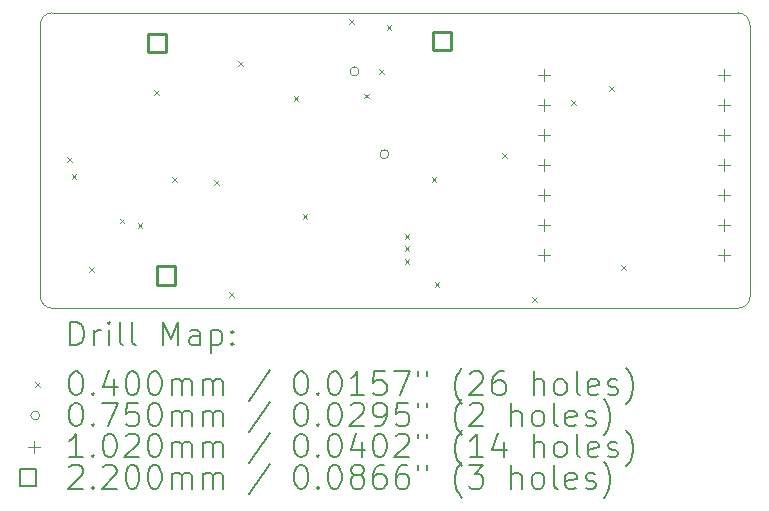
<source format=gbr>
%TF.GenerationSoftware,KiCad,Pcbnew,7.0.9*%
%TF.CreationDate,2024-04-30T03:57:06-04:00*%
%TF.ProjectId,5.2_5V,352e325f-3556-42e6-9b69-6361645f7063,rev?*%
%TF.SameCoordinates,Original*%
%TF.FileFunction,Drillmap*%
%TF.FilePolarity,Positive*%
%FSLAX45Y45*%
G04 Gerber Fmt 4.5, Leading zero omitted, Abs format (unit mm)*
G04 Created by KiCad (PCBNEW 7.0.9) date 2024-04-30 03:57:06*
%MOMM*%
%LPD*%
G01*
G04 APERTURE LIST*
%ADD10C,0.100000*%
%ADD11C,0.200000*%
%ADD12C,0.102000*%
%ADD13C,0.220000*%
G04 APERTURE END LIST*
D10*
X12553950Y-3287700D02*
X12553950Y-5587700D01*
X18561050Y-3287700D02*
X18565000Y-5587012D01*
X18561050Y-3287700D02*
G75*
G03*
X18461050Y-3187700I-100000J0D01*
G01*
X12653950Y-3187700D02*
G75*
G03*
X12553950Y-3287700I0J-100000D01*
G01*
X12653950Y-3187700D02*
X18461050Y-3187700D01*
X12653950Y-5687700D02*
X18465012Y-5687012D01*
X12553950Y-5587700D02*
G75*
G03*
X12653950Y-5687700I100000J0D01*
G01*
X18465012Y-5687010D02*
G75*
G03*
X18565000Y-5587012I-12J100000D01*
G01*
D11*
D10*
X12781600Y-4412300D02*
X12821600Y-4452300D01*
X12821600Y-4412300D02*
X12781600Y-4452300D01*
X12819700Y-4552000D02*
X12859700Y-4592000D01*
X12859700Y-4552000D02*
X12819700Y-4592000D01*
X12967500Y-5339400D02*
X13007500Y-5379400D01*
X13007500Y-5339400D02*
X12967500Y-5379400D01*
X13227000Y-4929384D02*
X13267000Y-4969384D01*
X13267000Y-4929384D02*
X13227000Y-4969384D01*
X13377500Y-4970000D02*
X13417500Y-5010000D01*
X13417500Y-4970000D02*
X13377500Y-5010000D01*
X13518200Y-3840800D02*
X13558200Y-3880800D01*
X13558200Y-3840800D02*
X13518200Y-3880800D01*
X13670600Y-4577400D02*
X13710600Y-4617400D01*
X13710600Y-4577400D02*
X13670600Y-4617400D01*
X14026200Y-4602800D02*
X14066200Y-4642800D01*
X14066200Y-4602800D02*
X14026200Y-4642800D01*
X14153200Y-5555300D02*
X14193200Y-5595300D01*
X14193200Y-5555300D02*
X14153200Y-5595300D01*
X14229400Y-3599500D02*
X14269400Y-3639500D01*
X14269400Y-3599500D02*
X14229400Y-3639500D01*
X14699300Y-3891600D02*
X14739300Y-3931600D01*
X14739300Y-3891600D02*
X14699300Y-3931600D01*
X14775500Y-4894900D02*
X14815500Y-4934900D01*
X14815500Y-4894900D02*
X14775500Y-4934900D01*
X15169200Y-3243900D02*
X15209200Y-3283900D01*
X15209200Y-3243900D02*
X15169200Y-3283900D01*
X15295000Y-3872500D02*
X15335000Y-3912500D01*
X15335000Y-3872500D02*
X15295000Y-3912500D01*
X15422500Y-3662500D02*
X15462500Y-3702500D01*
X15462500Y-3662500D02*
X15422500Y-3702500D01*
X15487500Y-3290000D02*
X15527500Y-3330000D01*
X15527500Y-3290000D02*
X15487500Y-3330000D01*
X15639100Y-5060000D02*
X15679100Y-5100000D01*
X15679100Y-5060000D02*
X15639100Y-5100000D01*
X15639100Y-5161600D02*
X15679100Y-5201600D01*
X15679100Y-5161600D02*
X15639100Y-5201600D01*
X15639100Y-5275900D02*
X15679100Y-5315900D01*
X15679100Y-5275900D02*
X15639100Y-5315900D01*
X15867700Y-4577400D02*
X15907700Y-4617400D01*
X15907700Y-4577400D02*
X15867700Y-4617400D01*
X15893100Y-5466400D02*
X15933100Y-5506400D01*
X15933100Y-5466400D02*
X15893100Y-5506400D01*
X16462982Y-4375818D02*
X16502982Y-4415818D01*
X16502982Y-4375818D02*
X16462982Y-4415818D01*
X16717500Y-5595000D02*
X16757500Y-5635000D01*
X16757500Y-5595000D02*
X16717500Y-5635000D01*
X17047500Y-3925000D02*
X17087500Y-3965000D01*
X17087500Y-3925000D02*
X17047500Y-3965000D01*
X17370000Y-3810000D02*
X17410000Y-3850000D01*
X17410000Y-3810000D02*
X17370000Y-3850000D01*
X17475000Y-5322500D02*
X17515000Y-5362500D01*
X17515000Y-5322500D02*
X17475000Y-5362500D01*
X15252100Y-3683000D02*
G75*
G03*
X15252100Y-3683000I-37500J0D01*
G01*
X15505070Y-4385070D02*
G75*
G03*
X15505070Y-4385070I-37500J0D01*
G01*
D12*
X16819250Y-3663000D02*
X16819250Y-3765000D01*
X16768250Y-3714000D02*
X16870250Y-3714000D01*
X16819250Y-3917000D02*
X16819250Y-4019000D01*
X16768250Y-3968000D02*
X16870250Y-3968000D01*
X16819250Y-4171000D02*
X16819250Y-4273000D01*
X16768250Y-4222000D02*
X16870250Y-4222000D01*
X16819250Y-4425000D02*
X16819250Y-4527000D01*
X16768250Y-4476000D02*
X16870250Y-4476000D01*
X16819250Y-4679000D02*
X16819250Y-4781000D01*
X16768250Y-4730000D02*
X16870250Y-4730000D01*
X16819250Y-4933000D02*
X16819250Y-5035000D01*
X16768250Y-4984000D02*
X16870250Y-4984000D01*
X16819250Y-5187000D02*
X16819250Y-5289000D01*
X16768250Y-5238000D02*
X16870250Y-5238000D01*
X18343250Y-3663000D02*
X18343250Y-3765000D01*
X18292250Y-3714000D02*
X18394250Y-3714000D01*
X18343250Y-3917000D02*
X18343250Y-4019000D01*
X18292250Y-3968000D02*
X18394250Y-3968000D01*
X18343250Y-4171000D02*
X18343250Y-4273000D01*
X18292250Y-4222000D02*
X18394250Y-4222000D01*
X18343250Y-4425000D02*
X18343250Y-4527000D01*
X18292250Y-4476000D02*
X18394250Y-4476000D01*
X18343250Y-4679000D02*
X18343250Y-4781000D01*
X18292250Y-4730000D02*
X18394250Y-4730000D01*
X18343250Y-4933000D02*
X18343250Y-5035000D01*
X18292250Y-4984000D02*
X18394250Y-4984000D01*
X18343250Y-5187000D02*
X18343250Y-5289000D01*
X18292250Y-5238000D02*
X18394250Y-5238000D01*
D13*
X13621062Y-3522022D02*
X13621062Y-3366457D01*
X13465497Y-3366457D01*
X13465497Y-3522022D01*
X13621062Y-3522022D01*
X13697262Y-5487983D02*
X13697262Y-5332418D01*
X13541697Y-5332418D01*
X13541697Y-5487983D01*
X13697262Y-5487983D01*
X16034062Y-3501702D02*
X16034062Y-3346137D01*
X15878497Y-3346137D01*
X15878497Y-3501702D01*
X16034062Y-3501702D01*
D11*
X12809727Y-6004184D02*
X12809727Y-5804184D01*
X12809727Y-5804184D02*
X12857346Y-5804184D01*
X12857346Y-5804184D02*
X12885917Y-5813708D01*
X12885917Y-5813708D02*
X12904965Y-5832755D01*
X12904965Y-5832755D02*
X12914489Y-5851803D01*
X12914489Y-5851803D02*
X12924012Y-5889898D01*
X12924012Y-5889898D02*
X12924012Y-5918469D01*
X12924012Y-5918469D02*
X12914489Y-5956565D01*
X12914489Y-5956565D02*
X12904965Y-5975612D01*
X12904965Y-5975612D02*
X12885917Y-5994660D01*
X12885917Y-5994660D02*
X12857346Y-6004184D01*
X12857346Y-6004184D02*
X12809727Y-6004184D01*
X13009727Y-6004184D02*
X13009727Y-5870850D01*
X13009727Y-5908946D02*
X13019251Y-5889898D01*
X13019251Y-5889898D02*
X13028774Y-5880374D01*
X13028774Y-5880374D02*
X13047822Y-5870850D01*
X13047822Y-5870850D02*
X13066870Y-5870850D01*
X13133536Y-6004184D02*
X13133536Y-5870850D01*
X13133536Y-5804184D02*
X13124012Y-5813708D01*
X13124012Y-5813708D02*
X13133536Y-5823231D01*
X13133536Y-5823231D02*
X13143060Y-5813708D01*
X13143060Y-5813708D02*
X13133536Y-5804184D01*
X13133536Y-5804184D02*
X13133536Y-5823231D01*
X13257346Y-6004184D02*
X13238298Y-5994660D01*
X13238298Y-5994660D02*
X13228774Y-5975612D01*
X13228774Y-5975612D02*
X13228774Y-5804184D01*
X13362108Y-6004184D02*
X13343060Y-5994660D01*
X13343060Y-5994660D02*
X13333536Y-5975612D01*
X13333536Y-5975612D02*
X13333536Y-5804184D01*
X13590679Y-6004184D02*
X13590679Y-5804184D01*
X13590679Y-5804184D02*
X13657346Y-5947041D01*
X13657346Y-5947041D02*
X13724012Y-5804184D01*
X13724012Y-5804184D02*
X13724012Y-6004184D01*
X13904965Y-6004184D02*
X13904965Y-5899422D01*
X13904965Y-5899422D02*
X13895441Y-5880374D01*
X13895441Y-5880374D02*
X13876393Y-5870850D01*
X13876393Y-5870850D02*
X13838298Y-5870850D01*
X13838298Y-5870850D02*
X13819251Y-5880374D01*
X13904965Y-5994660D02*
X13885917Y-6004184D01*
X13885917Y-6004184D02*
X13838298Y-6004184D01*
X13838298Y-6004184D02*
X13819251Y-5994660D01*
X13819251Y-5994660D02*
X13809727Y-5975612D01*
X13809727Y-5975612D02*
X13809727Y-5956565D01*
X13809727Y-5956565D02*
X13819251Y-5937517D01*
X13819251Y-5937517D02*
X13838298Y-5927993D01*
X13838298Y-5927993D02*
X13885917Y-5927993D01*
X13885917Y-5927993D02*
X13904965Y-5918469D01*
X14000203Y-5870850D02*
X14000203Y-6070850D01*
X14000203Y-5880374D02*
X14019251Y-5870850D01*
X14019251Y-5870850D02*
X14057346Y-5870850D01*
X14057346Y-5870850D02*
X14076393Y-5880374D01*
X14076393Y-5880374D02*
X14085917Y-5889898D01*
X14085917Y-5889898D02*
X14095441Y-5908946D01*
X14095441Y-5908946D02*
X14095441Y-5966088D01*
X14095441Y-5966088D02*
X14085917Y-5985136D01*
X14085917Y-5985136D02*
X14076393Y-5994660D01*
X14076393Y-5994660D02*
X14057346Y-6004184D01*
X14057346Y-6004184D02*
X14019251Y-6004184D01*
X14019251Y-6004184D02*
X14000203Y-5994660D01*
X14181155Y-5985136D02*
X14190679Y-5994660D01*
X14190679Y-5994660D02*
X14181155Y-6004184D01*
X14181155Y-6004184D02*
X14171632Y-5994660D01*
X14171632Y-5994660D02*
X14181155Y-5985136D01*
X14181155Y-5985136D02*
X14181155Y-6004184D01*
X14181155Y-5880374D02*
X14190679Y-5889898D01*
X14190679Y-5889898D02*
X14181155Y-5899422D01*
X14181155Y-5899422D02*
X14171632Y-5889898D01*
X14171632Y-5889898D02*
X14181155Y-5880374D01*
X14181155Y-5880374D02*
X14181155Y-5899422D01*
D10*
X12508950Y-6312700D02*
X12548950Y-6352700D01*
X12548950Y-6312700D02*
X12508950Y-6352700D01*
D11*
X12847822Y-6224184D02*
X12866870Y-6224184D01*
X12866870Y-6224184D02*
X12885917Y-6233708D01*
X12885917Y-6233708D02*
X12895441Y-6243231D01*
X12895441Y-6243231D02*
X12904965Y-6262279D01*
X12904965Y-6262279D02*
X12914489Y-6300374D01*
X12914489Y-6300374D02*
X12914489Y-6347993D01*
X12914489Y-6347993D02*
X12904965Y-6386088D01*
X12904965Y-6386088D02*
X12895441Y-6405136D01*
X12895441Y-6405136D02*
X12885917Y-6414660D01*
X12885917Y-6414660D02*
X12866870Y-6424184D01*
X12866870Y-6424184D02*
X12847822Y-6424184D01*
X12847822Y-6424184D02*
X12828774Y-6414660D01*
X12828774Y-6414660D02*
X12819251Y-6405136D01*
X12819251Y-6405136D02*
X12809727Y-6386088D01*
X12809727Y-6386088D02*
X12800203Y-6347993D01*
X12800203Y-6347993D02*
X12800203Y-6300374D01*
X12800203Y-6300374D02*
X12809727Y-6262279D01*
X12809727Y-6262279D02*
X12819251Y-6243231D01*
X12819251Y-6243231D02*
X12828774Y-6233708D01*
X12828774Y-6233708D02*
X12847822Y-6224184D01*
X13000203Y-6405136D02*
X13009727Y-6414660D01*
X13009727Y-6414660D02*
X13000203Y-6424184D01*
X13000203Y-6424184D02*
X12990679Y-6414660D01*
X12990679Y-6414660D02*
X13000203Y-6405136D01*
X13000203Y-6405136D02*
X13000203Y-6424184D01*
X13181155Y-6290850D02*
X13181155Y-6424184D01*
X13133536Y-6214660D02*
X13085917Y-6357517D01*
X13085917Y-6357517D02*
X13209727Y-6357517D01*
X13324012Y-6224184D02*
X13343060Y-6224184D01*
X13343060Y-6224184D02*
X13362108Y-6233708D01*
X13362108Y-6233708D02*
X13371632Y-6243231D01*
X13371632Y-6243231D02*
X13381155Y-6262279D01*
X13381155Y-6262279D02*
X13390679Y-6300374D01*
X13390679Y-6300374D02*
X13390679Y-6347993D01*
X13390679Y-6347993D02*
X13381155Y-6386088D01*
X13381155Y-6386088D02*
X13371632Y-6405136D01*
X13371632Y-6405136D02*
X13362108Y-6414660D01*
X13362108Y-6414660D02*
X13343060Y-6424184D01*
X13343060Y-6424184D02*
X13324012Y-6424184D01*
X13324012Y-6424184D02*
X13304965Y-6414660D01*
X13304965Y-6414660D02*
X13295441Y-6405136D01*
X13295441Y-6405136D02*
X13285917Y-6386088D01*
X13285917Y-6386088D02*
X13276393Y-6347993D01*
X13276393Y-6347993D02*
X13276393Y-6300374D01*
X13276393Y-6300374D02*
X13285917Y-6262279D01*
X13285917Y-6262279D02*
X13295441Y-6243231D01*
X13295441Y-6243231D02*
X13304965Y-6233708D01*
X13304965Y-6233708D02*
X13324012Y-6224184D01*
X13514489Y-6224184D02*
X13533536Y-6224184D01*
X13533536Y-6224184D02*
X13552584Y-6233708D01*
X13552584Y-6233708D02*
X13562108Y-6243231D01*
X13562108Y-6243231D02*
X13571632Y-6262279D01*
X13571632Y-6262279D02*
X13581155Y-6300374D01*
X13581155Y-6300374D02*
X13581155Y-6347993D01*
X13581155Y-6347993D02*
X13571632Y-6386088D01*
X13571632Y-6386088D02*
X13562108Y-6405136D01*
X13562108Y-6405136D02*
X13552584Y-6414660D01*
X13552584Y-6414660D02*
X13533536Y-6424184D01*
X13533536Y-6424184D02*
X13514489Y-6424184D01*
X13514489Y-6424184D02*
X13495441Y-6414660D01*
X13495441Y-6414660D02*
X13485917Y-6405136D01*
X13485917Y-6405136D02*
X13476393Y-6386088D01*
X13476393Y-6386088D02*
X13466870Y-6347993D01*
X13466870Y-6347993D02*
X13466870Y-6300374D01*
X13466870Y-6300374D02*
X13476393Y-6262279D01*
X13476393Y-6262279D02*
X13485917Y-6243231D01*
X13485917Y-6243231D02*
X13495441Y-6233708D01*
X13495441Y-6233708D02*
X13514489Y-6224184D01*
X13666870Y-6424184D02*
X13666870Y-6290850D01*
X13666870Y-6309898D02*
X13676393Y-6300374D01*
X13676393Y-6300374D02*
X13695441Y-6290850D01*
X13695441Y-6290850D02*
X13724013Y-6290850D01*
X13724013Y-6290850D02*
X13743060Y-6300374D01*
X13743060Y-6300374D02*
X13752584Y-6319422D01*
X13752584Y-6319422D02*
X13752584Y-6424184D01*
X13752584Y-6319422D02*
X13762108Y-6300374D01*
X13762108Y-6300374D02*
X13781155Y-6290850D01*
X13781155Y-6290850D02*
X13809727Y-6290850D01*
X13809727Y-6290850D02*
X13828774Y-6300374D01*
X13828774Y-6300374D02*
X13838298Y-6319422D01*
X13838298Y-6319422D02*
X13838298Y-6424184D01*
X13933536Y-6424184D02*
X13933536Y-6290850D01*
X13933536Y-6309898D02*
X13943060Y-6300374D01*
X13943060Y-6300374D02*
X13962108Y-6290850D01*
X13962108Y-6290850D02*
X13990679Y-6290850D01*
X13990679Y-6290850D02*
X14009727Y-6300374D01*
X14009727Y-6300374D02*
X14019251Y-6319422D01*
X14019251Y-6319422D02*
X14019251Y-6424184D01*
X14019251Y-6319422D02*
X14028774Y-6300374D01*
X14028774Y-6300374D02*
X14047822Y-6290850D01*
X14047822Y-6290850D02*
X14076393Y-6290850D01*
X14076393Y-6290850D02*
X14095441Y-6300374D01*
X14095441Y-6300374D02*
X14104965Y-6319422D01*
X14104965Y-6319422D02*
X14104965Y-6424184D01*
X14495441Y-6214660D02*
X14324013Y-6471803D01*
X14752584Y-6224184D02*
X14771632Y-6224184D01*
X14771632Y-6224184D02*
X14790679Y-6233708D01*
X14790679Y-6233708D02*
X14800203Y-6243231D01*
X14800203Y-6243231D02*
X14809727Y-6262279D01*
X14809727Y-6262279D02*
X14819251Y-6300374D01*
X14819251Y-6300374D02*
X14819251Y-6347993D01*
X14819251Y-6347993D02*
X14809727Y-6386088D01*
X14809727Y-6386088D02*
X14800203Y-6405136D01*
X14800203Y-6405136D02*
X14790679Y-6414660D01*
X14790679Y-6414660D02*
X14771632Y-6424184D01*
X14771632Y-6424184D02*
X14752584Y-6424184D01*
X14752584Y-6424184D02*
X14733536Y-6414660D01*
X14733536Y-6414660D02*
X14724013Y-6405136D01*
X14724013Y-6405136D02*
X14714489Y-6386088D01*
X14714489Y-6386088D02*
X14704965Y-6347993D01*
X14704965Y-6347993D02*
X14704965Y-6300374D01*
X14704965Y-6300374D02*
X14714489Y-6262279D01*
X14714489Y-6262279D02*
X14724013Y-6243231D01*
X14724013Y-6243231D02*
X14733536Y-6233708D01*
X14733536Y-6233708D02*
X14752584Y-6224184D01*
X14904965Y-6405136D02*
X14914489Y-6414660D01*
X14914489Y-6414660D02*
X14904965Y-6424184D01*
X14904965Y-6424184D02*
X14895441Y-6414660D01*
X14895441Y-6414660D02*
X14904965Y-6405136D01*
X14904965Y-6405136D02*
X14904965Y-6424184D01*
X15038298Y-6224184D02*
X15057346Y-6224184D01*
X15057346Y-6224184D02*
X15076394Y-6233708D01*
X15076394Y-6233708D02*
X15085917Y-6243231D01*
X15085917Y-6243231D02*
X15095441Y-6262279D01*
X15095441Y-6262279D02*
X15104965Y-6300374D01*
X15104965Y-6300374D02*
X15104965Y-6347993D01*
X15104965Y-6347993D02*
X15095441Y-6386088D01*
X15095441Y-6386088D02*
X15085917Y-6405136D01*
X15085917Y-6405136D02*
X15076394Y-6414660D01*
X15076394Y-6414660D02*
X15057346Y-6424184D01*
X15057346Y-6424184D02*
X15038298Y-6424184D01*
X15038298Y-6424184D02*
X15019251Y-6414660D01*
X15019251Y-6414660D02*
X15009727Y-6405136D01*
X15009727Y-6405136D02*
X15000203Y-6386088D01*
X15000203Y-6386088D02*
X14990679Y-6347993D01*
X14990679Y-6347993D02*
X14990679Y-6300374D01*
X14990679Y-6300374D02*
X15000203Y-6262279D01*
X15000203Y-6262279D02*
X15009727Y-6243231D01*
X15009727Y-6243231D02*
X15019251Y-6233708D01*
X15019251Y-6233708D02*
X15038298Y-6224184D01*
X15295441Y-6424184D02*
X15181156Y-6424184D01*
X15238298Y-6424184D02*
X15238298Y-6224184D01*
X15238298Y-6224184D02*
X15219251Y-6252755D01*
X15219251Y-6252755D02*
X15200203Y-6271803D01*
X15200203Y-6271803D02*
X15181156Y-6281327D01*
X15476394Y-6224184D02*
X15381156Y-6224184D01*
X15381156Y-6224184D02*
X15371632Y-6319422D01*
X15371632Y-6319422D02*
X15381156Y-6309898D01*
X15381156Y-6309898D02*
X15400203Y-6300374D01*
X15400203Y-6300374D02*
X15447822Y-6300374D01*
X15447822Y-6300374D02*
X15466870Y-6309898D01*
X15466870Y-6309898D02*
X15476394Y-6319422D01*
X15476394Y-6319422D02*
X15485917Y-6338469D01*
X15485917Y-6338469D02*
X15485917Y-6386088D01*
X15485917Y-6386088D02*
X15476394Y-6405136D01*
X15476394Y-6405136D02*
X15466870Y-6414660D01*
X15466870Y-6414660D02*
X15447822Y-6424184D01*
X15447822Y-6424184D02*
X15400203Y-6424184D01*
X15400203Y-6424184D02*
X15381156Y-6414660D01*
X15381156Y-6414660D02*
X15371632Y-6405136D01*
X15552584Y-6224184D02*
X15685917Y-6224184D01*
X15685917Y-6224184D02*
X15600203Y-6424184D01*
X15752584Y-6224184D02*
X15752584Y-6262279D01*
X15828775Y-6224184D02*
X15828775Y-6262279D01*
X16124013Y-6500374D02*
X16114489Y-6490850D01*
X16114489Y-6490850D02*
X16095441Y-6462279D01*
X16095441Y-6462279D02*
X16085918Y-6443231D01*
X16085918Y-6443231D02*
X16076394Y-6414660D01*
X16076394Y-6414660D02*
X16066870Y-6367041D01*
X16066870Y-6367041D02*
X16066870Y-6328946D01*
X16066870Y-6328946D02*
X16076394Y-6281327D01*
X16076394Y-6281327D02*
X16085918Y-6252755D01*
X16085918Y-6252755D02*
X16095441Y-6233708D01*
X16095441Y-6233708D02*
X16114489Y-6205136D01*
X16114489Y-6205136D02*
X16124013Y-6195612D01*
X16190679Y-6243231D02*
X16200203Y-6233708D01*
X16200203Y-6233708D02*
X16219251Y-6224184D01*
X16219251Y-6224184D02*
X16266870Y-6224184D01*
X16266870Y-6224184D02*
X16285918Y-6233708D01*
X16285918Y-6233708D02*
X16295441Y-6243231D01*
X16295441Y-6243231D02*
X16304965Y-6262279D01*
X16304965Y-6262279D02*
X16304965Y-6281327D01*
X16304965Y-6281327D02*
X16295441Y-6309898D01*
X16295441Y-6309898D02*
X16181156Y-6424184D01*
X16181156Y-6424184D02*
X16304965Y-6424184D01*
X16476394Y-6224184D02*
X16438298Y-6224184D01*
X16438298Y-6224184D02*
X16419251Y-6233708D01*
X16419251Y-6233708D02*
X16409727Y-6243231D01*
X16409727Y-6243231D02*
X16390679Y-6271803D01*
X16390679Y-6271803D02*
X16381156Y-6309898D01*
X16381156Y-6309898D02*
X16381156Y-6386088D01*
X16381156Y-6386088D02*
X16390679Y-6405136D01*
X16390679Y-6405136D02*
X16400203Y-6414660D01*
X16400203Y-6414660D02*
X16419251Y-6424184D01*
X16419251Y-6424184D02*
X16457346Y-6424184D01*
X16457346Y-6424184D02*
X16476394Y-6414660D01*
X16476394Y-6414660D02*
X16485918Y-6405136D01*
X16485918Y-6405136D02*
X16495441Y-6386088D01*
X16495441Y-6386088D02*
X16495441Y-6338469D01*
X16495441Y-6338469D02*
X16485918Y-6319422D01*
X16485918Y-6319422D02*
X16476394Y-6309898D01*
X16476394Y-6309898D02*
X16457346Y-6300374D01*
X16457346Y-6300374D02*
X16419251Y-6300374D01*
X16419251Y-6300374D02*
X16400203Y-6309898D01*
X16400203Y-6309898D02*
X16390679Y-6319422D01*
X16390679Y-6319422D02*
X16381156Y-6338469D01*
X16733537Y-6424184D02*
X16733537Y-6224184D01*
X16819251Y-6424184D02*
X16819251Y-6319422D01*
X16819251Y-6319422D02*
X16809727Y-6300374D01*
X16809727Y-6300374D02*
X16790680Y-6290850D01*
X16790680Y-6290850D02*
X16762108Y-6290850D01*
X16762108Y-6290850D02*
X16743060Y-6300374D01*
X16743060Y-6300374D02*
X16733537Y-6309898D01*
X16943061Y-6424184D02*
X16924013Y-6414660D01*
X16924013Y-6414660D02*
X16914489Y-6405136D01*
X16914489Y-6405136D02*
X16904965Y-6386088D01*
X16904965Y-6386088D02*
X16904965Y-6328946D01*
X16904965Y-6328946D02*
X16914489Y-6309898D01*
X16914489Y-6309898D02*
X16924013Y-6300374D01*
X16924013Y-6300374D02*
X16943061Y-6290850D01*
X16943061Y-6290850D02*
X16971632Y-6290850D01*
X16971632Y-6290850D02*
X16990680Y-6300374D01*
X16990680Y-6300374D02*
X17000203Y-6309898D01*
X17000203Y-6309898D02*
X17009727Y-6328946D01*
X17009727Y-6328946D02*
X17009727Y-6386088D01*
X17009727Y-6386088D02*
X17000203Y-6405136D01*
X17000203Y-6405136D02*
X16990680Y-6414660D01*
X16990680Y-6414660D02*
X16971632Y-6424184D01*
X16971632Y-6424184D02*
X16943061Y-6424184D01*
X17124013Y-6424184D02*
X17104965Y-6414660D01*
X17104965Y-6414660D02*
X17095442Y-6395612D01*
X17095442Y-6395612D02*
X17095442Y-6224184D01*
X17276394Y-6414660D02*
X17257346Y-6424184D01*
X17257346Y-6424184D02*
X17219251Y-6424184D01*
X17219251Y-6424184D02*
X17200203Y-6414660D01*
X17200203Y-6414660D02*
X17190680Y-6395612D01*
X17190680Y-6395612D02*
X17190680Y-6319422D01*
X17190680Y-6319422D02*
X17200203Y-6300374D01*
X17200203Y-6300374D02*
X17219251Y-6290850D01*
X17219251Y-6290850D02*
X17257346Y-6290850D01*
X17257346Y-6290850D02*
X17276394Y-6300374D01*
X17276394Y-6300374D02*
X17285918Y-6319422D01*
X17285918Y-6319422D02*
X17285918Y-6338469D01*
X17285918Y-6338469D02*
X17190680Y-6357517D01*
X17362108Y-6414660D02*
X17381156Y-6424184D01*
X17381156Y-6424184D02*
X17419251Y-6424184D01*
X17419251Y-6424184D02*
X17438299Y-6414660D01*
X17438299Y-6414660D02*
X17447823Y-6395612D01*
X17447823Y-6395612D02*
X17447823Y-6386088D01*
X17447823Y-6386088D02*
X17438299Y-6367041D01*
X17438299Y-6367041D02*
X17419251Y-6357517D01*
X17419251Y-6357517D02*
X17390680Y-6357517D01*
X17390680Y-6357517D02*
X17371632Y-6347993D01*
X17371632Y-6347993D02*
X17362108Y-6328946D01*
X17362108Y-6328946D02*
X17362108Y-6319422D01*
X17362108Y-6319422D02*
X17371632Y-6300374D01*
X17371632Y-6300374D02*
X17390680Y-6290850D01*
X17390680Y-6290850D02*
X17419251Y-6290850D01*
X17419251Y-6290850D02*
X17438299Y-6300374D01*
X17514489Y-6500374D02*
X17524013Y-6490850D01*
X17524013Y-6490850D02*
X17543061Y-6462279D01*
X17543061Y-6462279D02*
X17552584Y-6443231D01*
X17552584Y-6443231D02*
X17562108Y-6414660D01*
X17562108Y-6414660D02*
X17571632Y-6367041D01*
X17571632Y-6367041D02*
X17571632Y-6328946D01*
X17571632Y-6328946D02*
X17562108Y-6281327D01*
X17562108Y-6281327D02*
X17552584Y-6252755D01*
X17552584Y-6252755D02*
X17543061Y-6233708D01*
X17543061Y-6233708D02*
X17524013Y-6205136D01*
X17524013Y-6205136D02*
X17514489Y-6195612D01*
D10*
X12548950Y-6596700D02*
G75*
G03*
X12548950Y-6596700I-37500J0D01*
G01*
D11*
X12847822Y-6488184D02*
X12866870Y-6488184D01*
X12866870Y-6488184D02*
X12885917Y-6497708D01*
X12885917Y-6497708D02*
X12895441Y-6507231D01*
X12895441Y-6507231D02*
X12904965Y-6526279D01*
X12904965Y-6526279D02*
X12914489Y-6564374D01*
X12914489Y-6564374D02*
X12914489Y-6611993D01*
X12914489Y-6611993D02*
X12904965Y-6650088D01*
X12904965Y-6650088D02*
X12895441Y-6669136D01*
X12895441Y-6669136D02*
X12885917Y-6678660D01*
X12885917Y-6678660D02*
X12866870Y-6688184D01*
X12866870Y-6688184D02*
X12847822Y-6688184D01*
X12847822Y-6688184D02*
X12828774Y-6678660D01*
X12828774Y-6678660D02*
X12819251Y-6669136D01*
X12819251Y-6669136D02*
X12809727Y-6650088D01*
X12809727Y-6650088D02*
X12800203Y-6611993D01*
X12800203Y-6611993D02*
X12800203Y-6564374D01*
X12800203Y-6564374D02*
X12809727Y-6526279D01*
X12809727Y-6526279D02*
X12819251Y-6507231D01*
X12819251Y-6507231D02*
X12828774Y-6497708D01*
X12828774Y-6497708D02*
X12847822Y-6488184D01*
X13000203Y-6669136D02*
X13009727Y-6678660D01*
X13009727Y-6678660D02*
X13000203Y-6688184D01*
X13000203Y-6688184D02*
X12990679Y-6678660D01*
X12990679Y-6678660D02*
X13000203Y-6669136D01*
X13000203Y-6669136D02*
X13000203Y-6688184D01*
X13076393Y-6488184D02*
X13209727Y-6488184D01*
X13209727Y-6488184D02*
X13124012Y-6688184D01*
X13381155Y-6488184D02*
X13285917Y-6488184D01*
X13285917Y-6488184D02*
X13276393Y-6583422D01*
X13276393Y-6583422D02*
X13285917Y-6573898D01*
X13285917Y-6573898D02*
X13304965Y-6564374D01*
X13304965Y-6564374D02*
X13352584Y-6564374D01*
X13352584Y-6564374D02*
X13371632Y-6573898D01*
X13371632Y-6573898D02*
X13381155Y-6583422D01*
X13381155Y-6583422D02*
X13390679Y-6602469D01*
X13390679Y-6602469D02*
X13390679Y-6650088D01*
X13390679Y-6650088D02*
X13381155Y-6669136D01*
X13381155Y-6669136D02*
X13371632Y-6678660D01*
X13371632Y-6678660D02*
X13352584Y-6688184D01*
X13352584Y-6688184D02*
X13304965Y-6688184D01*
X13304965Y-6688184D02*
X13285917Y-6678660D01*
X13285917Y-6678660D02*
X13276393Y-6669136D01*
X13514489Y-6488184D02*
X13533536Y-6488184D01*
X13533536Y-6488184D02*
X13552584Y-6497708D01*
X13552584Y-6497708D02*
X13562108Y-6507231D01*
X13562108Y-6507231D02*
X13571632Y-6526279D01*
X13571632Y-6526279D02*
X13581155Y-6564374D01*
X13581155Y-6564374D02*
X13581155Y-6611993D01*
X13581155Y-6611993D02*
X13571632Y-6650088D01*
X13571632Y-6650088D02*
X13562108Y-6669136D01*
X13562108Y-6669136D02*
X13552584Y-6678660D01*
X13552584Y-6678660D02*
X13533536Y-6688184D01*
X13533536Y-6688184D02*
X13514489Y-6688184D01*
X13514489Y-6688184D02*
X13495441Y-6678660D01*
X13495441Y-6678660D02*
X13485917Y-6669136D01*
X13485917Y-6669136D02*
X13476393Y-6650088D01*
X13476393Y-6650088D02*
X13466870Y-6611993D01*
X13466870Y-6611993D02*
X13466870Y-6564374D01*
X13466870Y-6564374D02*
X13476393Y-6526279D01*
X13476393Y-6526279D02*
X13485917Y-6507231D01*
X13485917Y-6507231D02*
X13495441Y-6497708D01*
X13495441Y-6497708D02*
X13514489Y-6488184D01*
X13666870Y-6688184D02*
X13666870Y-6554850D01*
X13666870Y-6573898D02*
X13676393Y-6564374D01*
X13676393Y-6564374D02*
X13695441Y-6554850D01*
X13695441Y-6554850D02*
X13724013Y-6554850D01*
X13724013Y-6554850D02*
X13743060Y-6564374D01*
X13743060Y-6564374D02*
X13752584Y-6583422D01*
X13752584Y-6583422D02*
X13752584Y-6688184D01*
X13752584Y-6583422D02*
X13762108Y-6564374D01*
X13762108Y-6564374D02*
X13781155Y-6554850D01*
X13781155Y-6554850D02*
X13809727Y-6554850D01*
X13809727Y-6554850D02*
X13828774Y-6564374D01*
X13828774Y-6564374D02*
X13838298Y-6583422D01*
X13838298Y-6583422D02*
X13838298Y-6688184D01*
X13933536Y-6688184D02*
X13933536Y-6554850D01*
X13933536Y-6573898D02*
X13943060Y-6564374D01*
X13943060Y-6564374D02*
X13962108Y-6554850D01*
X13962108Y-6554850D02*
X13990679Y-6554850D01*
X13990679Y-6554850D02*
X14009727Y-6564374D01*
X14009727Y-6564374D02*
X14019251Y-6583422D01*
X14019251Y-6583422D02*
X14019251Y-6688184D01*
X14019251Y-6583422D02*
X14028774Y-6564374D01*
X14028774Y-6564374D02*
X14047822Y-6554850D01*
X14047822Y-6554850D02*
X14076393Y-6554850D01*
X14076393Y-6554850D02*
X14095441Y-6564374D01*
X14095441Y-6564374D02*
X14104965Y-6583422D01*
X14104965Y-6583422D02*
X14104965Y-6688184D01*
X14495441Y-6478660D02*
X14324013Y-6735803D01*
X14752584Y-6488184D02*
X14771632Y-6488184D01*
X14771632Y-6488184D02*
X14790679Y-6497708D01*
X14790679Y-6497708D02*
X14800203Y-6507231D01*
X14800203Y-6507231D02*
X14809727Y-6526279D01*
X14809727Y-6526279D02*
X14819251Y-6564374D01*
X14819251Y-6564374D02*
X14819251Y-6611993D01*
X14819251Y-6611993D02*
X14809727Y-6650088D01*
X14809727Y-6650088D02*
X14800203Y-6669136D01*
X14800203Y-6669136D02*
X14790679Y-6678660D01*
X14790679Y-6678660D02*
X14771632Y-6688184D01*
X14771632Y-6688184D02*
X14752584Y-6688184D01*
X14752584Y-6688184D02*
X14733536Y-6678660D01*
X14733536Y-6678660D02*
X14724013Y-6669136D01*
X14724013Y-6669136D02*
X14714489Y-6650088D01*
X14714489Y-6650088D02*
X14704965Y-6611993D01*
X14704965Y-6611993D02*
X14704965Y-6564374D01*
X14704965Y-6564374D02*
X14714489Y-6526279D01*
X14714489Y-6526279D02*
X14724013Y-6507231D01*
X14724013Y-6507231D02*
X14733536Y-6497708D01*
X14733536Y-6497708D02*
X14752584Y-6488184D01*
X14904965Y-6669136D02*
X14914489Y-6678660D01*
X14914489Y-6678660D02*
X14904965Y-6688184D01*
X14904965Y-6688184D02*
X14895441Y-6678660D01*
X14895441Y-6678660D02*
X14904965Y-6669136D01*
X14904965Y-6669136D02*
X14904965Y-6688184D01*
X15038298Y-6488184D02*
X15057346Y-6488184D01*
X15057346Y-6488184D02*
X15076394Y-6497708D01*
X15076394Y-6497708D02*
X15085917Y-6507231D01*
X15085917Y-6507231D02*
X15095441Y-6526279D01*
X15095441Y-6526279D02*
X15104965Y-6564374D01*
X15104965Y-6564374D02*
X15104965Y-6611993D01*
X15104965Y-6611993D02*
X15095441Y-6650088D01*
X15095441Y-6650088D02*
X15085917Y-6669136D01*
X15085917Y-6669136D02*
X15076394Y-6678660D01*
X15076394Y-6678660D02*
X15057346Y-6688184D01*
X15057346Y-6688184D02*
X15038298Y-6688184D01*
X15038298Y-6688184D02*
X15019251Y-6678660D01*
X15019251Y-6678660D02*
X15009727Y-6669136D01*
X15009727Y-6669136D02*
X15000203Y-6650088D01*
X15000203Y-6650088D02*
X14990679Y-6611993D01*
X14990679Y-6611993D02*
X14990679Y-6564374D01*
X14990679Y-6564374D02*
X15000203Y-6526279D01*
X15000203Y-6526279D02*
X15009727Y-6507231D01*
X15009727Y-6507231D02*
X15019251Y-6497708D01*
X15019251Y-6497708D02*
X15038298Y-6488184D01*
X15181156Y-6507231D02*
X15190679Y-6497708D01*
X15190679Y-6497708D02*
X15209727Y-6488184D01*
X15209727Y-6488184D02*
X15257346Y-6488184D01*
X15257346Y-6488184D02*
X15276394Y-6497708D01*
X15276394Y-6497708D02*
X15285917Y-6507231D01*
X15285917Y-6507231D02*
X15295441Y-6526279D01*
X15295441Y-6526279D02*
X15295441Y-6545327D01*
X15295441Y-6545327D02*
X15285917Y-6573898D01*
X15285917Y-6573898D02*
X15171632Y-6688184D01*
X15171632Y-6688184D02*
X15295441Y-6688184D01*
X15390679Y-6688184D02*
X15428775Y-6688184D01*
X15428775Y-6688184D02*
X15447822Y-6678660D01*
X15447822Y-6678660D02*
X15457346Y-6669136D01*
X15457346Y-6669136D02*
X15476394Y-6640565D01*
X15476394Y-6640565D02*
X15485917Y-6602469D01*
X15485917Y-6602469D02*
X15485917Y-6526279D01*
X15485917Y-6526279D02*
X15476394Y-6507231D01*
X15476394Y-6507231D02*
X15466870Y-6497708D01*
X15466870Y-6497708D02*
X15447822Y-6488184D01*
X15447822Y-6488184D02*
X15409727Y-6488184D01*
X15409727Y-6488184D02*
X15390679Y-6497708D01*
X15390679Y-6497708D02*
X15381156Y-6507231D01*
X15381156Y-6507231D02*
X15371632Y-6526279D01*
X15371632Y-6526279D02*
X15371632Y-6573898D01*
X15371632Y-6573898D02*
X15381156Y-6592946D01*
X15381156Y-6592946D02*
X15390679Y-6602469D01*
X15390679Y-6602469D02*
X15409727Y-6611993D01*
X15409727Y-6611993D02*
X15447822Y-6611993D01*
X15447822Y-6611993D02*
X15466870Y-6602469D01*
X15466870Y-6602469D02*
X15476394Y-6592946D01*
X15476394Y-6592946D02*
X15485917Y-6573898D01*
X15666870Y-6488184D02*
X15571632Y-6488184D01*
X15571632Y-6488184D02*
X15562108Y-6583422D01*
X15562108Y-6583422D02*
X15571632Y-6573898D01*
X15571632Y-6573898D02*
X15590679Y-6564374D01*
X15590679Y-6564374D02*
X15638298Y-6564374D01*
X15638298Y-6564374D02*
X15657346Y-6573898D01*
X15657346Y-6573898D02*
X15666870Y-6583422D01*
X15666870Y-6583422D02*
X15676394Y-6602469D01*
X15676394Y-6602469D02*
X15676394Y-6650088D01*
X15676394Y-6650088D02*
X15666870Y-6669136D01*
X15666870Y-6669136D02*
X15657346Y-6678660D01*
X15657346Y-6678660D02*
X15638298Y-6688184D01*
X15638298Y-6688184D02*
X15590679Y-6688184D01*
X15590679Y-6688184D02*
X15571632Y-6678660D01*
X15571632Y-6678660D02*
X15562108Y-6669136D01*
X15752584Y-6488184D02*
X15752584Y-6526279D01*
X15828775Y-6488184D02*
X15828775Y-6526279D01*
X16124013Y-6764374D02*
X16114489Y-6754850D01*
X16114489Y-6754850D02*
X16095441Y-6726279D01*
X16095441Y-6726279D02*
X16085918Y-6707231D01*
X16085918Y-6707231D02*
X16076394Y-6678660D01*
X16076394Y-6678660D02*
X16066870Y-6631041D01*
X16066870Y-6631041D02*
X16066870Y-6592946D01*
X16066870Y-6592946D02*
X16076394Y-6545327D01*
X16076394Y-6545327D02*
X16085918Y-6516755D01*
X16085918Y-6516755D02*
X16095441Y-6497708D01*
X16095441Y-6497708D02*
X16114489Y-6469136D01*
X16114489Y-6469136D02*
X16124013Y-6459612D01*
X16190679Y-6507231D02*
X16200203Y-6497708D01*
X16200203Y-6497708D02*
X16219251Y-6488184D01*
X16219251Y-6488184D02*
X16266870Y-6488184D01*
X16266870Y-6488184D02*
X16285918Y-6497708D01*
X16285918Y-6497708D02*
X16295441Y-6507231D01*
X16295441Y-6507231D02*
X16304965Y-6526279D01*
X16304965Y-6526279D02*
X16304965Y-6545327D01*
X16304965Y-6545327D02*
X16295441Y-6573898D01*
X16295441Y-6573898D02*
X16181156Y-6688184D01*
X16181156Y-6688184D02*
X16304965Y-6688184D01*
X16543060Y-6688184D02*
X16543060Y-6488184D01*
X16628775Y-6688184D02*
X16628775Y-6583422D01*
X16628775Y-6583422D02*
X16619251Y-6564374D01*
X16619251Y-6564374D02*
X16600203Y-6554850D01*
X16600203Y-6554850D02*
X16571632Y-6554850D01*
X16571632Y-6554850D02*
X16552584Y-6564374D01*
X16552584Y-6564374D02*
X16543060Y-6573898D01*
X16752584Y-6688184D02*
X16733537Y-6678660D01*
X16733537Y-6678660D02*
X16724013Y-6669136D01*
X16724013Y-6669136D02*
X16714489Y-6650088D01*
X16714489Y-6650088D02*
X16714489Y-6592946D01*
X16714489Y-6592946D02*
X16724013Y-6573898D01*
X16724013Y-6573898D02*
X16733537Y-6564374D01*
X16733537Y-6564374D02*
X16752584Y-6554850D01*
X16752584Y-6554850D02*
X16781156Y-6554850D01*
X16781156Y-6554850D02*
X16800203Y-6564374D01*
X16800203Y-6564374D02*
X16809727Y-6573898D01*
X16809727Y-6573898D02*
X16819251Y-6592946D01*
X16819251Y-6592946D02*
X16819251Y-6650088D01*
X16819251Y-6650088D02*
X16809727Y-6669136D01*
X16809727Y-6669136D02*
X16800203Y-6678660D01*
X16800203Y-6678660D02*
X16781156Y-6688184D01*
X16781156Y-6688184D02*
X16752584Y-6688184D01*
X16933537Y-6688184D02*
X16914489Y-6678660D01*
X16914489Y-6678660D02*
X16904965Y-6659612D01*
X16904965Y-6659612D02*
X16904965Y-6488184D01*
X17085918Y-6678660D02*
X17066870Y-6688184D01*
X17066870Y-6688184D02*
X17028775Y-6688184D01*
X17028775Y-6688184D02*
X17009727Y-6678660D01*
X17009727Y-6678660D02*
X17000203Y-6659612D01*
X17000203Y-6659612D02*
X17000203Y-6583422D01*
X17000203Y-6583422D02*
X17009727Y-6564374D01*
X17009727Y-6564374D02*
X17028775Y-6554850D01*
X17028775Y-6554850D02*
X17066870Y-6554850D01*
X17066870Y-6554850D02*
X17085918Y-6564374D01*
X17085918Y-6564374D02*
X17095442Y-6583422D01*
X17095442Y-6583422D02*
X17095442Y-6602469D01*
X17095442Y-6602469D02*
X17000203Y-6621517D01*
X17171632Y-6678660D02*
X17190680Y-6688184D01*
X17190680Y-6688184D02*
X17228775Y-6688184D01*
X17228775Y-6688184D02*
X17247823Y-6678660D01*
X17247823Y-6678660D02*
X17257346Y-6659612D01*
X17257346Y-6659612D02*
X17257346Y-6650088D01*
X17257346Y-6650088D02*
X17247823Y-6631041D01*
X17247823Y-6631041D02*
X17228775Y-6621517D01*
X17228775Y-6621517D02*
X17200203Y-6621517D01*
X17200203Y-6621517D02*
X17181156Y-6611993D01*
X17181156Y-6611993D02*
X17171632Y-6592946D01*
X17171632Y-6592946D02*
X17171632Y-6583422D01*
X17171632Y-6583422D02*
X17181156Y-6564374D01*
X17181156Y-6564374D02*
X17200203Y-6554850D01*
X17200203Y-6554850D02*
X17228775Y-6554850D01*
X17228775Y-6554850D02*
X17247823Y-6564374D01*
X17324013Y-6764374D02*
X17333537Y-6754850D01*
X17333537Y-6754850D02*
X17352584Y-6726279D01*
X17352584Y-6726279D02*
X17362108Y-6707231D01*
X17362108Y-6707231D02*
X17371632Y-6678660D01*
X17371632Y-6678660D02*
X17381156Y-6631041D01*
X17381156Y-6631041D02*
X17381156Y-6592946D01*
X17381156Y-6592946D02*
X17371632Y-6545327D01*
X17371632Y-6545327D02*
X17362108Y-6516755D01*
X17362108Y-6516755D02*
X17352584Y-6497708D01*
X17352584Y-6497708D02*
X17333537Y-6469136D01*
X17333537Y-6469136D02*
X17324013Y-6459612D01*
D12*
X12497950Y-6809700D02*
X12497950Y-6911700D01*
X12446950Y-6860700D02*
X12548950Y-6860700D01*
D11*
X12914489Y-6952184D02*
X12800203Y-6952184D01*
X12857346Y-6952184D02*
X12857346Y-6752184D01*
X12857346Y-6752184D02*
X12838298Y-6780755D01*
X12838298Y-6780755D02*
X12819251Y-6799803D01*
X12819251Y-6799803D02*
X12800203Y-6809327D01*
X13000203Y-6933136D02*
X13009727Y-6942660D01*
X13009727Y-6942660D02*
X13000203Y-6952184D01*
X13000203Y-6952184D02*
X12990679Y-6942660D01*
X12990679Y-6942660D02*
X13000203Y-6933136D01*
X13000203Y-6933136D02*
X13000203Y-6952184D01*
X13133536Y-6752184D02*
X13152584Y-6752184D01*
X13152584Y-6752184D02*
X13171632Y-6761708D01*
X13171632Y-6761708D02*
X13181155Y-6771231D01*
X13181155Y-6771231D02*
X13190679Y-6790279D01*
X13190679Y-6790279D02*
X13200203Y-6828374D01*
X13200203Y-6828374D02*
X13200203Y-6875993D01*
X13200203Y-6875993D02*
X13190679Y-6914088D01*
X13190679Y-6914088D02*
X13181155Y-6933136D01*
X13181155Y-6933136D02*
X13171632Y-6942660D01*
X13171632Y-6942660D02*
X13152584Y-6952184D01*
X13152584Y-6952184D02*
X13133536Y-6952184D01*
X13133536Y-6952184D02*
X13114489Y-6942660D01*
X13114489Y-6942660D02*
X13104965Y-6933136D01*
X13104965Y-6933136D02*
X13095441Y-6914088D01*
X13095441Y-6914088D02*
X13085917Y-6875993D01*
X13085917Y-6875993D02*
X13085917Y-6828374D01*
X13085917Y-6828374D02*
X13095441Y-6790279D01*
X13095441Y-6790279D02*
X13104965Y-6771231D01*
X13104965Y-6771231D02*
X13114489Y-6761708D01*
X13114489Y-6761708D02*
X13133536Y-6752184D01*
X13276393Y-6771231D02*
X13285917Y-6761708D01*
X13285917Y-6761708D02*
X13304965Y-6752184D01*
X13304965Y-6752184D02*
X13352584Y-6752184D01*
X13352584Y-6752184D02*
X13371632Y-6761708D01*
X13371632Y-6761708D02*
X13381155Y-6771231D01*
X13381155Y-6771231D02*
X13390679Y-6790279D01*
X13390679Y-6790279D02*
X13390679Y-6809327D01*
X13390679Y-6809327D02*
X13381155Y-6837898D01*
X13381155Y-6837898D02*
X13266870Y-6952184D01*
X13266870Y-6952184D02*
X13390679Y-6952184D01*
X13514489Y-6752184D02*
X13533536Y-6752184D01*
X13533536Y-6752184D02*
X13552584Y-6761708D01*
X13552584Y-6761708D02*
X13562108Y-6771231D01*
X13562108Y-6771231D02*
X13571632Y-6790279D01*
X13571632Y-6790279D02*
X13581155Y-6828374D01*
X13581155Y-6828374D02*
X13581155Y-6875993D01*
X13581155Y-6875993D02*
X13571632Y-6914088D01*
X13571632Y-6914088D02*
X13562108Y-6933136D01*
X13562108Y-6933136D02*
X13552584Y-6942660D01*
X13552584Y-6942660D02*
X13533536Y-6952184D01*
X13533536Y-6952184D02*
X13514489Y-6952184D01*
X13514489Y-6952184D02*
X13495441Y-6942660D01*
X13495441Y-6942660D02*
X13485917Y-6933136D01*
X13485917Y-6933136D02*
X13476393Y-6914088D01*
X13476393Y-6914088D02*
X13466870Y-6875993D01*
X13466870Y-6875993D02*
X13466870Y-6828374D01*
X13466870Y-6828374D02*
X13476393Y-6790279D01*
X13476393Y-6790279D02*
X13485917Y-6771231D01*
X13485917Y-6771231D02*
X13495441Y-6761708D01*
X13495441Y-6761708D02*
X13514489Y-6752184D01*
X13666870Y-6952184D02*
X13666870Y-6818850D01*
X13666870Y-6837898D02*
X13676393Y-6828374D01*
X13676393Y-6828374D02*
X13695441Y-6818850D01*
X13695441Y-6818850D02*
X13724013Y-6818850D01*
X13724013Y-6818850D02*
X13743060Y-6828374D01*
X13743060Y-6828374D02*
X13752584Y-6847422D01*
X13752584Y-6847422D02*
X13752584Y-6952184D01*
X13752584Y-6847422D02*
X13762108Y-6828374D01*
X13762108Y-6828374D02*
X13781155Y-6818850D01*
X13781155Y-6818850D02*
X13809727Y-6818850D01*
X13809727Y-6818850D02*
X13828774Y-6828374D01*
X13828774Y-6828374D02*
X13838298Y-6847422D01*
X13838298Y-6847422D02*
X13838298Y-6952184D01*
X13933536Y-6952184D02*
X13933536Y-6818850D01*
X13933536Y-6837898D02*
X13943060Y-6828374D01*
X13943060Y-6828374D02*
X13962108Y-6818850D01*
X13962108Y-6818850D02*
X13990679Y-6818850D01*
X13990679Y-6818850D02*
X14009727Y-6828374D01*
X14009727Y-6828374D02*
X14019251Y-6847422D01*
X14019251Y-6847422D02*
X14019251Y-6952184D01*
X14019251Y-6847422D02*
X14028774Y-6828374D01*
X14028774Y-6828374D02*
X14047822Y-6818850D01*
X14047822Y-6818850D02*
X14076393Y-6818850D01*
X14076393Y-6818850D02*
X14095441Y-6828374D01*
X14095441Y-6828374D02*
X14104965Y-6847422D01*
X14104965Y-6847422D02*
X14104965Y-6952184D01*
X14495441Y-6742660D02*
X14324013Y-6999803D01*
X14752584Y-6752184D02*
X14771632Y-6752184D01*
X14771632Y-6752184D02*
X14790679Y-6761708D01*
X14790679Y-6761708D02*
X14800203Y-6771231D01*
X14800203Y-6771231D02*
X14809727Y-6790279D01*
X14809727Y-6790279D02*
X14819251Y-6828374D01*
X14819251Y-6828374D02*
X14819251Y-6875993D01*
X14819251Y-6875993D02*
X14809727Y-6914088D01*
X14809727Y-6914088D02*
X14800203Y-6933136D01*
X14800203Y-6933136D02*
X14790679Y-6942660D01*
X14790679Y-6942660D02*
X14771632Y-6952184D01*
X14771632Y-6952184D02*
X14752584Y-6952184D01*
X14752584Y-6952184D02*
X14733536Y-6942660D01*
X14733536Y-6942660D02*
X14724013Y-6933136D01*
X14724013Y-6933136D02*
X14714489Y-6914088D01*
X14714489Y-6914088D02*
X14704965Y-6875993D01*
X14704965Y-6875993D02*
X14704965Y-6828374D01*
X14704965Y-6828374D02*
X14714489Y-6790279D01*
X14714489Y-6790279D02*
X14724013Y-6771231D01*
X14724013Y-6771231D02*
X14733536Y-6761708D01*
X14733536Y-6761708D02*
X14752584Y-6752184D01*
X14904965Y-6933136D02*
X14914489Y-6942660D01*
X14914489Y-6942660D02*
X14904965Y-6952184D01*
X14904965Y-6952184D02*
X14895441Y-6942660D01*
X14895441Y-6942660D02*
X14904965Y-6933136D01*
X14904965Y-6933136D02*
X14904965Y-6952184D01*
X15038298Y-6752184D02*
X15057346Y-6752184D01*
X15057346Y-6752184D02*
X15076394Y-6761708D01*
X15076394Y-6761708D02*
X15085917Y-6771231D01*
X15085917Y-6771231D02*
X15095441Y-6790279D01*
X15095441Y-6790279D02*
X15104965Y-6828374D01*
X15104965Y-6828374D02*
X15104965Y-6875993D01*
X15104965Y-6875993D02*
X15095441Y-6914088D01*
X15095441Y-6914088D02*
X15085917Y-6933136D01*
X15085917Y-6933136D02*
X15076394Y-6942660D01*
X15076394Y-6942660D02*
X15057346Y-6952184D01*
X15057346Y-6952184D02*
X15038298Y-6952184D01*
X15038298Y-6952184D02*
X15019251Y-6942660D01*
X15019251Y-6942660D02*
X15009727Y-6933136D01*
X15009727Y-6933136D02*
X15000203Y-6914088D01*
X15000203Y-6914088D02*
X14990679Y-6875993D01*
X14990679Y-6875993D02*
X14990679Y-6828374D01*
X14990679Y-6828374D02*
X15000203Y-6790279D01*
X15000203Y-6790279D02*
X15009727Y-6771231D01*
X15009727Y-6771231D02*
X15019251Y-6761708D01*
X15019251Y-6761708D02*
X15038298Y-6752184D01*
X15276394Y-6818850D02*
X15276394Y-6952184D01*
X15228775Y-6742660D02*
X15181156Y-6885517D01*
X15181156Y-6885517D02*
X15304965Y-6885517D01*
X15419251Y-6752184D02*
X15438298Y-6752184D01*
X15438298Y-6752184D02*
X15457346Y-6761708D01*
X15457346Y-6761708D02*
X15466870Y-6771231D01*
X15466870Y-6771231D02*
X15476394Y-6790279D01*
X15476394Y-6790279D02*
X15485917Y-6828374D01*
X15485917Y-6828374D02*
X15485917Y-6875993D01*
X15485917Y-6875993D02*
X15476394Y-6914088D01*
X15476394Y-6914088D02*
X15466870Y-6933136D01*
X15466870Y-6933136D02*
X15457346Y-6942660D01*
X15457346Y-6942660D02*
X15438298Y-6952184D01*
X15438298Y-6952184D02*
X15419251Y-6952184D01*
X15419251Y-6952184D02*
X15400203Y-6942660D01*
X15400203Y-6942660D02*
X15390679Y-6933136D01*
X15390679Y-6933136D02*
X15381156Y-6914088D01*
X15381156Y-6914088D02*
X15371632Y-6875993D01*
X15371632Y-6875993D02*
X15371632Y-6828374D01*
X15371632Y-6828374D02*
X15381156Y-6790279D01*
X15381156Y-6790279D02*
X15390679Y-6771231D01*
X15390679Y-6771231D02*
X15400203Y-6761708D01*
X15400203Y-6761708D02*
X15419251Y-6752184D01*
X15562108Y-6771231D02*
X15571632Y-6761708D01*
X15571632Y-6761708D02*
X15590679Y-6752184D01*
X15590679Y-6752184D02*
X15638298Y-6752184D01*
X15638298Y-6752184D02*
X15657346Y-6761708D01*
X15657346Y-6761708D02*
X15666870Y-6771231D01*
X15666870Y-6771231D02*
X15676394Y-6790279D01*
X15676394Y-6790279D02*
X15676394Y-6809327D01*
X15676394Y-6809327D02*
X15666870Y-6837898D01*
X15666870Y-6837898D02*
X15552584Y-6952184D01*
X15552584Y-6952184D02*
X15676394Y-6952184D01*
X15752584Y-6752184D02*
X15752584Y-6790279D01*
X15828775Y-6752184D02*
X15828775Y-6790279D01*
X16124013Y-7028374D02*
X16114489Y-7018850D01*
X16114489Y-7018850D02*
X16095441Y-6990279D01*
X16095441Y-6990279D02*
X16085918Y-6971231D01*
X16085918Y-6971231D02*
X16076394Y-6942660D01*
X16076394Y-6942660D02*
X16066870Y-6895041D01*
X16066870Y-6895041D02*
X16066870Y-6856946D01*
X16066870Y-6856946D02*
X16076394Y-6809327D01*
X16076394Y-6809327D02*
X16085918Y-6780755D01*
X16085918Y-6780755D02*
X16095441Y-6761708D01*
X16095441Y-6761708D02*
X16114489Y-6733136D01*
X16114489Y-6733136D02*
X16124013Y-6723612D01*
X16304965Y-6952184D02*
X16190679Y-6952184D01*
X16247822Y-6952184D02*
X16247822Y-6752184D01*
X16247822Y-6752184D02*
X16228775Y-6780755D01*
X16228775Y-6780755D02*
X16209727Y-6799803D01*
X16209727Y-6799803D02*
X16190679Y-6809327D01*
X16476394Y-6818850D02*
X16476394Y-6952184D01*
X16428775Y-6742660D02*
X16381156Y-6885517D01*
X16381156Y-6885517D02*
X16504965Y-6885517D01*
X16733537Y-6952184D02*
X16733537Y-6752184D01*
X16819251Y-6952184D02*
X16819251Y-6847422D01*
X16819251Y-6847422D02*
X16809727Y-6828374D01*
X16809727Y-6828374D02*
X16790680Y-6818850D01*
X16790680Y-6818850D02*
X16762108Y-6818850D01*
X16762108Y-6818850D02*
X16743060Y-6828374D01*
X16743060Y-6828374D02*
X16733537Y-6837898D01*
X16943061Y-6952184D02*
X16924013Y-6942660D01*
X16924013Y-6942660D02*
X16914489Y-6933136D01*
X16914489Y-6933136D02*
X16904965Y-6914088D01*
X16904965Y-6914088D02*
X16904965Y-6856946D01*
X16904965Y-6856946D02*
X16914489Y-6837898D01*
X16914489Y-6837898D02*
X16924013Y-6828374D01*
X16924013Y-6828374D02*
X16943061Y-6818850D01*
X16943061Y-6818850D02*
X16971632Y-6818850D01*
X16971632Y-6818850D02*
X16990680Y-6828374D01*
X16990680Y-6828374D02*
X17000203Y-6837898D01*
X17000203Y-6837898D02*
X17009727Y-6856946D01*
X17009727Y-6856946D02*
X17009727Y-6914088D01*
X17009727Y-6914088D02*
X17000203Y-6933136D01*
X17000203Y-6933136D02*
X16990680Y-6942660D01*
X16990680Y-6942660D02*
X16971632Y-6952184D01*
X16971632Y-6952184D02*
X16943061Y-6952184D01*
X17124013Y-6952184D02*
X17104965Y-6942660D01*
X17104965Y-6942660D02*
X17095442Y-6923612D01*
X17095442Y-6923612D02*
X17095442Y-6752184D01*
X17276394Y-6942660D02*
X17257346Y-6952184D01*
X17257346Y-6952184D02*
X17219251Y-6952184D01*
X17219251Y-6952184D02*
X17200203Y-6942660D01*
X17200203Y-6942660D02*
X17190680Y-6923612D01*
X17190680Y-6923612D02*
X17190680Y-6847422D01*
X17190680Y-6847422D02*
X17200203Y-6828374D01*
X17200203Y-6828374D02*
X17219251Y-6818850D01*
X17219251Y-6818850D02*
X17257346Y-6818850D01*
X17257346Y-6818850D02*
X17276394Y-6828374D01*
X17276394Y-6828374D02*
X17285918Y-6847422D01*
X17285918Y-6847422D02*
X17285918Y-6866469D01*
X17285918Y-6866469D02*
X17190680Y-6885517D01*
X17362108Y-6942660D02*
X17381156Y-6952184D01*
X17381156Y-6952184D02*
X17419251Y-6952184D01*
X17419251Y-6952184D02*
X17438299Y-6942660D01*
X17438299Y-6942660D02*
X17447823Y-6923612D01*
X17447823Y-6923612D02*
X17447823Y-6914088D01*
X17447823Y-6914088D02*
X17438299Y-6895041D01*
X17438299Y-6895041D02*
X17419251Y-6885517D01*
X17419251Y-6885517D02*
X17390680Y-6885517D01*
X17390680Y-6885517D02*
X17371632Y-6875993D01*
X17371632Y-6875993D02*
X17362108Y-6856946D01*
X17362108Y-6856946D02*
X17362108Y-6847422D01*
X17362108Y-6847422D02*
X17371632Y-6828374D01*
X17371632Y-6828374D02*
X17390680Y-6818850D01*
X17390680Y-6818850D02*
X17419251Y-6818850D01*
X17419251Y-6818850D02*
X17438299Y-6828374D01*
X17514489Y-7028374D02*
X17524013Y-7018850D01*
X17524013Y-7018850D02*
X17543061Y-6990279D01*
X17543061Y-6990279D02*
X17552584Y-6971231D01*
X17552584Y-6971231D02*
X17562108Y-6942660D01*
X17562108Y-6942660D02*
X17571632Y-6895041D01*
X17571632Y-6895041D02*
X17571632Y-6856946D01*
X17571632Y-6856946D02*
X17562108Y-6809327D01*
X17562108Y-6809327D02*
X17552584Y-6780755D01*
X17552584Y-6780755D02*
X17543061Y-6761708D01*
X17543061Y-6761708D02*
X17524013Y-6733136D01*
X17524013Y-6733136D02*
X17514489Y-6723612D01*
X12519661Y-7195411D02*
X12519661Y-7053989D01*
X12378239Y-7053989D01*
X12378239Y-7195411D01*
X12519661Y-7195411D01*
X12800203Y-7035231D02*
X12809727Y-7025708D01*
X12809727Y-7025708D02*
X12828774Y-7016184D01*
X12828774Y-7016184D02*
X12876393Y-7016184D01*
X12876393Y-7016184D02*
X12895441Y-7025708D01*
X12895441Y-7025708D02*
X12904965Y-7035231D01*
X12904965Y-7035231D02*
X12914489Y-7054279D01*
X12914489Y-7054279D02*
X12914489Y-7073327D01*
X12914489Y-7073327D02*
X12904965Y-7101898D01*
X12904965Y-7101898D02*
X12790679Y-7216184D01*
X12790679Y-7216184D02*
X12914489Y-7216184D01*
X13000203Y-7197136D02*
X13009727Y-7206660D01*
X13009727Y-7206660D02*
X13000203Y-7216184D01*
X13000203Y-7216184D02*
X12990679Y-7206660D01*
X12990679Y-7206660D02*
X13000203Y-7197136D01*
X13000203Y-7197136D02*
X13000203Y-7216184D01*
X13085917Y-7035231D02*
X13095441Y-7025708D01*
X13095441Y-7025708D02*
X13114489Y-7016184D01*
X13114489Y-7016184D02*
X13162108Y-7016184D01*
X13162108Y-7016184D02*
X13181155Y-7025708D01*
X13181155Y-7025708D02*
X13190679Y-7035231D01*
X13190679Y-7035231D02*
X13200203Y-7054279D01*
X13200203Y-7054279D02*
X13200203Y-7073327D01*
X13200203Y-7073327D02*
X13190679Y-7101898D01*
X13190679Y-7101898D02*
X13076393Y-7216184D01*
X13076393Y-7216184D02*
X13200203Y-7216184D01*
X13324012Y-7016184D02*
X13343060Y-7016184D01*
X13343060Y-7016184D02*
X13362108Y-7025708D01*
X13362108Y-7025708D02*
X13371632Y-7035231D01*
X13371632Y-7035231D02*
X13381155Y-7054279D01*
X13381155Y-7054279D02*
X13390679Y-7092374D01*
X13390679Y-7092374D02*
X13390679Y-7139993D01*
X13390679Y-7139993D02*
X13381155Y-7178088D01*
X13381155Y-7178088D02*
X13371632Y-7197136D01*
X13371632Y-7197136D02*
X13362108Y-7206660D01*
X13362108Y-7206660D02*
X13343060Y-7216184D01*
X13343060Y-7216184D02*
X13324012Y-7216184D01*
X13324012Y-7216184D02*
X13304965Y-7206660D01*
X13304965Y-7206660D02*
X13295441Y-7197136D01*
X13295441Y-7197136D02*
X13285917Y-7178088D01*
X13285917Y-7178088D02*
X13276393Y-7139993D01*
X13276393Y-7139993D02*
X13276393Y-7092374D01*
X13276393Y-7092374D02*
X13285917Y-7054279D01*
X13285917Y-7054279D02*
X13295441Y-7035231D01*
X13295441Y-7035231D02*
X13304965Y-7025708D01*
X13304965Y-7025708D02*
X13324012Y-7016184D01*
X13514489Y-7016184D02*
X13533536Y-7016184D01*
X13533536Y-7016184D02*
X13552584Y-7025708D01*
X13552584Y-7025708D02*
X13562108Y-7035231D01*
X13562108Y-7035231D02*
X13571632Y-7054279D01*
X13571632Y-7054279D02*
X13581155Y-7092374D01*
X13581155Y-7092374D02*
X13581155Y-7139993D01*
X13581155Y-7139993D02*
X13571632Y-7178088D01*
X13571632Y-7178088D02*
X13562108Y-7197136D01*
X13562108Y-7197136D02*
X13552584Y-7206660D01*
X13552584Y-7206660D02*
X13533536Y-7216184D01*
X13533536Y-7216184D02*
X13514489Y-7216184D01*
X13514489Y-7216184D02*
X13495441Y-7206660D01*
X13495441Y-7206660D02*
X13485917Y-7197136D01*
X13485917Y-7197136D02*
X13476393Y-7178088D01*
X13476393Y-7178088D02*
X13466870Y-7139993D01*
X13466870Y-7139993D02*
X13466870Y-7092374D01*
X13466870Y-7092374D02*
X13476393Y-7054279D01*
X13476393Y-7054279D02*
X13485917Y-7035231D01*
X13485917Y-7035231D02*
X13495441Y-7025708D01*
X13495441Y-7025708D02*
X13514489Y-7016184D01*
X13666870Y-7216184D02*
X13666870Y-7082850D01*
X13666870Y-7101898D02*
X13676393Y-7092374D01*
X13676393Y-7092374D02*
X13695441Y-7082850D01*
X13695441Y-7082850D02*
X13724013Y-7082850D01*
X13724013Y-7082850D02*
X13743060Y-7092374D01*
X13743060Y-7092374D02*
X13752584Y-7111422D01*
X13752584Y-7111422D02*
X13752584Y-7216184D01*
X13752584Y-7111422D02*
X13762108Y-7092374D01*
X13762108Y-7092374D02*
X13781155Y-7082850D01*
X13781155Y-7082850D02*
X13809727Y-7082850D01*
X13809727Y-7082850D02*
X13828774Y-7092374D01*
X13828774Y-7092374D02*
X13838298Y-7111422D01*
X13838298Y-7111422D02*
X13838298Y-7216184D01*
X13933536Y-7216184D02*
X13933536Y-7082850D01*
X13933536Y-7101898D02*
X13943060Y-7092374D01*
X13943060Y-7092374D02*
X13962108Y-7082850D01*
X13962108Y-7082850D02*
X13990679Y-7082850D01*
X13990679Y-7082850D02*
X14009727Y-7092374D01*
X14009727Y-7092374D02*
X14019251Y-7111422D01*
X14019251Y-7111422D02*
X14019251Y-7216184D01*
X14019251Y-7111422D02*
X14028774Y-7092374D01*
X14028774Y-7092374D02*
X14047822Y-7082850D01*
X14047822Y-7082850D02*
X14076393Y-7082850D01*
X14076393Y-7082850D02*
X14095441Y-7092374D01*
X14095441Y-7092374D02*
X14104965Y-7111422D01*
X14104965Y-7111422D02*
X14104965Y-7216184D01*
X14495441Y-7006660D02*
X14324013Y-7263803D01*
X14752584Y-7016184D02*
X14771632Y-7016184D01*
X14771632Y-7016184D02*
X14790679Y-7025708D01*
X14790679Y-7025708D02*
X14800203Y-7035231D01*
X14800203Y-7035231D02*
X14809727Y-7054279D01*
X14809727Y-7054279D02*
X14819251Y-7092374D01*
X14819251Y-7092374D02*
X14819251Y-7139993D01*
X14819251Y-7139993D02*
X14809727Y-7178088D01*
X14809727Y-7178088D02*
X14800203Y-7197136D01*
X14800203Y-7197136D02*
X14790679Y-7206660D01*
X14790679Y-7206660D02*
X14771632Y-7216184D01*
X14771632Y-7216184D02*
X14752584Y-7216184D01*
X14752584Y-7216184D02*
X14733536Y-7206660D01*
X14733536Y-7206660D02*
X14724013Y-7197136D01*
X14724013Y-7197136D02*
X14714489Y-7178088D01*
X14714489Y-7178088D02*
X14704965Y-7139993D01*
X14704965Y-7139993D02*
X14704965Y-7092374D01*
X14704965Y-7092374D02*
X14714489Y-7054279D01*
X14714489Y-7054279D02*
X14724013Y-7035231D01*
X14724013Y-7035231D02*
X14733536Y-7025708D01*
X14733536Y-7025708D02*
X14752584Y-7016184D01*
X14904965Y-7197136D02*
X14914489Y-7206660D01*
X14914489Y-7206660D02*
X14904965Y-7216184D01*
X14904965Y-7216184D02*
X14895441Y-7206660D01*
X14895441Y-7206660D02*
X14904965Y-7197136D01*
X14904965Y-7197136D02*
X14904965Y-7216184D01*
X15038298Y-7016184D02*
X15057346Y-7016184D01*
X15057346Y-7016184D02*
X15076394Y-7025708D01*
X15076394Y-7025708D02*
X15085917Y-7035231D01*
X15085917Y-7035231D02*
X15095441Y-7054279D01*
X15095441Y-7054279D02*
X15104965Y-7092374D01*
X15104965Y-7092374D02*
X15104965Y-7139993D01*
X15104965Y-7139993D02*
X15095441Y-7178088D01*
X15095441Y-7178088D02*
X15085917Y-7197136D01*
X15085917Y-7197136D02*
X15076394Y-7206660D01*
X15076394Y-7206660D02*
X15057346Y-7216184D01*
X15057346Y-7216184D02*
X15038298Y-7216184D01*
X15038298Y-7216184D02*
X15019251Y-7206660D01*
X15019251Y-7206660D02*
X15009727Y-7197136D01*
X15009727Y-7197136D02*
X15000203Y-7178088D01*
X15000203Y-7178088D02*
X14990679Y-7139993D01*
X14990679Y-7139993D02*
X14990679Y-7092374D01*
X14990679Y-7092374D02*
X15000203Y-7054279D01*
X15000203Y-7054279D02*
X15009727Y-7035231D01*
X15009727Y-7035231D02*
X15019251Y-7025708D01*
X15019251Y-7025708D02*
X15038298Y-7016184D01*
X15219251Y-7101898D02*
X15200203Y-7092374D01*
X15200203Y-7092374D02*
X15190679Y-7082850D01*
X15190679Y-7082850D02*
X15181156Y-7063803D01*
X15181156Y-7063803D02*
X15181156Y-7054279D01*
X15181156Y-7054279D02*
X15190679Y-7035231D01*
X15190679Y-7035231D02*
X15200203Y-7025708D01*
X15200203Y-7025708D02*
X15219251Y-7016184D01*
X15219251Y-7016184D02*
X15257346Y-7016184D01*
X15257346Y-7016184D02*
X15276394Y-7025708D01*
X15276394Y-7025708D02*
X15285917Y-7035231D01*
X15285917Y-7035231D02*
X15295441Y-7054279D01*
X15295441Y-7054279D02*
X15295441Y-7063803D01*
X15295441Y-7063803D02*
X15285917Y-7082850D01*
X15285917Y-7082850D02*
X15276394Y-7092374D01*
X15276394Y-7092374D02*
X15257346Y-7101898D01*
X15257346Y-7101898D02*
X15219251Y-7101898D01*
X15219251Y-7101898D02*
X15200203Y-7111422D01*
X15200203Y-7111422D02*
X15190679Y-7120946D01*
X15190679Y-7120946D02*
X15181156Y-7139993D01*
X15181156Y-7139993D02*
X15181156Y-7178088D01*
X15181156Y-7178088D02*
X15190679Y-7197136D01*
X15190679Y-7197136D02*
X15200203Y-7206660D01*
X15200203Y-7206660D02*
X15219251Y-7216184D01*
X15219251Y-7216184D02*
X15257346Y-7216184D01*
X15257346Y-7216184D02*
X15276394Y-7206660D01*
X15276394Y-7206660D02*
X15285917Y-7197136D01*
X15285917Y-7197136D02*
X15295441Y-7178088D01*
X15295441Y-7178088D02*
X15295441Y-7139993D01*
X15295441Y-7139993D02*
X15285917Y-7120946D01*
X15285917Y-7120946D02*
X15276394Y-7111422D01*
X15276394Y-7111422D02*
X15257346Y-7101898D01*
X15466870Y-7016184D02*
X15428775Y-7016184D01*
X15428775Y-7016184D02*
X15409727Y-7025708D01*
X15409727Y-7025708D02*
X15400203Y-7035231D01*
X15400203Y-7035231D02*
X15381156Y-7063803D01*
X15381156Y-7063803D02*
X15371632Y-7101898D01*
X15371632Y-7101898D02*
X15371632Y-7178088D01*
X15371632Y-7178088D02*
X15381156Y-7197136D01*
X15381156Y-7197136D02*
X15390679Y-7206660D01*
X15390679Y-7206660D02*
X15409727Y-7216184D01*
X15409727Y-7216184D02*
X15447822Y-7216184D01*
X15447822Y-7216184D02*
X15466870Y-7206660D01*
X15466870Y-7206660D02*
X15476394Y-7197136D01*
X15476394Y-7197136D02*
X15485917Y-7178088D01*
X15485917Y-7178088D02*
X15485917Y-7130469D01*
X15485917Y-7130469D02*
X15476394Y-7111422D01*
X15476394Y-7111422D02*
X15466870Y-7101898D01*
X15466870Y-7101898D02*
X15447822Y-7092374D01*
X15447822Y-7092374D02*
X15409727Y-7092374D01*
X15409727Y-7092374D02*
X15390679Y-7101898D01*
X15390679Y-7101898D02*
X15381156Y-7111422D01*
X15381156Y-7111422D02*
X15371632Y-7130469D01*
X15657346Y-7016184D02*
X15619251Y-7016184D01*
X15619251Y-7016184D02*
X15600203Y-7025708D01*
X15600203Y-7025708D02*
X15590679Y-7035231D01*
X15590679Y-7035231D02*
X15571632Y-7063803D01*
X15571632Y-7063803D02*
X15562108Y-7101898D01*
X15562108Y-7101898D02*
X15562108Y-7178088D01*
X15562108Y-7178088D02*
X15571632Y-7197136D01*
X15571632Y-7197136D02*
X15581156Y-7206660D01*
X15581156Y-7206660D02*
X15600203Y-7216184D01*
X15600203Y-7216184D02*
X15638298Y-7216184D01*
X15638298Y-7216184D02*
X15657346Y-7206660D01*
X15657346Y-7206660D02*
X15666870Y-7197136D01*
X15666870Y-7197136D02*
X15676394Y-7178088D01*
X15676394Y-7178088D02*
X15676394Y-7130469D01*
X15676394Y-7130469D02*
X15666870Y-7111422D01*
X15666870Y-7111422D02*
X15657346Y-7101898D01*
X15657346Y-7101898D02*
X15638298Y-7092374D01*
X15638298Y-7092374D02*
X15600203Y-7092374D01*
X15600203Y-7092374D02*
X15581156Y-7101898D01*
X15581156Y-7101898D02*
X15571632Y-7111422D01*
X15571632Y-7111422D02*
X15562108Y-7130469D01*
X15752584Y-7016184D02*
X15752584Y-7054279D01*
X15828775Y-7016184D02*
X15828775Y-7054279D01*
X16124013Y-7292374D02*
X16114489Y-7282850D01*
X16114489Y-7282850D02*
X16095441Y-7254279D01*
X16095441Y-7254279D02*
X16085918Y-7235231D01*
X16085918Y-7235231D02*
X16076394Y-7206660D01*
X16076394Y-7206660D02*
X16066870Y-7159041D01*
X16066870Y-7159041D02*
X16066870Y-7120946D01*
X16066870Y-7120946D02*
X16076394Y-7073327D01*
X16076394Y-7073327D02*
X16085918Y-7044755D01*
X16085918Y-7044755D02*
X16095441Y-7025708D01*
X16095441Y-7025708D02*
X16114489Y-6997136D01*
X16114489Y-6997136D02*
X16124013Y-6987612D01*
X16181156Y-7016184D02*
X16304965Y-7016184D01*
X16304965Y-7016184D02*
X16238298Y-7092374D01*
X16238298Y-7092374D02*
X16266870Y-7092374D01*
X16266870Y-7092374D02*
X16285918Y-7101898D01*
X16285918Y-7101898D02*
X16295441Y-7111422D01*
X16295441Y-7111422D02*
X16304965Y-7130469D01*
X16304965Y-7130469D02*
X16304965Y-7178088D01*
X16304965Y-7178088D02*
X16295441Y-7197136D01*
X16295441Y-7197136D02*
X16285918Y-7206660D01*
X16285918Y-7206660D02*
X16266870Y-7216184D01*
X16266870Y-7216184D02*
X16209727Y-7216184D01*
X16209727Y-7216184D02*
X16190679Y-7206660D01*
X16190679Y-7206660D02*
X16181156Y-7197136D01*
X16543060Y-7216184D02*
X16543060Y-7016184D01*
X16628775Y-7216184D02*
X16628775Y-7111422D01*
X16628775Y-7111422D02*
X16619251Y-7092374D01*
X16619251Y-7092374D02*
X16600203Y-7082850D01*
X16600203Y-7082850D02*
X16571632Y-7082850D01*
X16571632Y-7082850D02*
X16552584Y-7092374D01*
X16552584Y-7092374D02*
X16543060Y-7101898D01*
X16752584Y-7216184D02*
X16733537Y-7206660D01*
X16733537Y-7206660D02*
X16724013Y-7197136D01*
X16724013Y-7197136D02*
X16714489Y-7178088D01*
X16714489Y-7178088D02*
X16714489Y-7120946D01*
X16714489Y-7120946D02*
X16724013Y-7101898D01*
X16724013Y-7101898D02*
X16733537Y-7092374D01*
X16733537Y-7092374D02*
X16752584Y-7082850D01*
X16752584Y-7082850D02*
X16781156Y-7082850D01*
X16781156Y-7082850D02*
X16800203Y-7092374D01*
X16800203Y-7092374D02*
X16809727Y-7101898D01*
X16809727Y-7101898D02*
X16819251Y-7120946D01*
X16819251Y-7120946D02*
X16819251Y-7178088D01*
X16819251Y-7178088D02*
X16809727Y-7197136D01*
X16809727Y-7197136D02*
X16800203Y-7206660D01*
X16800203Y-7206660D02*
X16781156Y-7216184D01*
X16781156Y-7216184D02*
X16752584Y-7216184D01*
X16933537Y-7216184D02*
X16914489Y-7206660D01*
X16914489Y-7206660D02*
X16904965Y-7187612D01*
X16904965Y-7187612D02*
X16904965Y-7016184D01*
X17085918Y-7206660D02*
X17066870Y-7216184D01*
X17066870Y-7216184D02*
X17028775Y-7216184D01*
X17028775Y-7216184D02*
X17009727Y-7206660D01*
X17009727Y-7206660D02*
X17000203Y-7187612D01*
X17000203Y-7187612D02*
X17000203Y-7111422D01*
X17000203Y-7111422D02*
X17009727Y-7092374D01*
X17009727Y-7092374D02*
X17028775Y-7082850D01*
X17028775Y-7082850D02*
X17066870Y-7082850D01*
X17066870Y-7082850D02*
X17085918Y-7092374D01*
X17085918Y-7092374D02*
X17095442Y-7111422D01*
X17095442Y-7111422D02*
X17095442Y-7130469D01*
X17095442Y-7130469D02*
X17000203Y-7149517D01*
X17171632Y-7206660D02*
X17190680Y-7216184D01*
X17190680Y-7216184D02*
X17228775Y-7216184D01*
X17228775Y-7216184D02*
X17247823Y-7206660D01*
X17247823Y-7206660D02*
X17257346Y-7187612D01*
X17257346Y-7187612D02*
X17257346Y-7178088D01*
X17257346Y-7178088D02*
X17247823Y-7159041D01*
X17247823Y-7159041D02*
X17228775Y-7149517D01*
X17228775Y-7149517D02*
X17200203Y-7149517D01*
X17200203Y-7149517D02*
X17181156Y-7139993D01*
X17181156Y-7139993D02*
X17171632Y-7120946D01*
X17171632Y-7120946D02*
X17171632Y-7111422D01*
X17171632Y-7111422D02*
X17181156Y-7092374D01*
X17181156Y-7092374D02*
X17200203Y-7082850D01*
X17200203Y-7082850D02*
X17228775Y-7082850D01*
X17228775Y-7082850D02*
X17247823Y-7092374D01*
X17324013Y-7292374D02*
X17333537Y-7282850D01*
X17333537Y-7282850D02*
X17352584Y-7254279D01*
X17352584Y-7254279D02*
X17362108Y-7235231D01*
X17362108Y-7235231D02*
X17371632Y-7206660D01*
X17371632Y-7206660D02*
X17381156Y-7159041D01*
X17381156Y-7159041D02*
X17381156Y-7120946D01*
X17381156Y-7120946D02*
X17371632Y-7073327D01*
X17371632Y-7073327D02*
X17362108Y-7044755D01*
X17362108Y-7044755D02*
X17352584Y-7025708D01*
X17352584Y-7025708D02*
X17333537Y-6997136D01*
X17333537Y-6997136D02*
X17324013Y-6987612D01*
M02*

</source>
